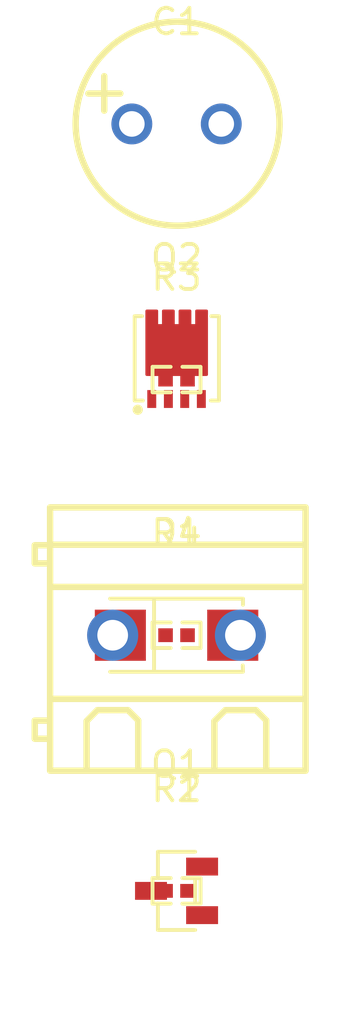
<source format=kicad_pcb>
(kicad_pcb (version 20241229) (generator "atopile") (generator_version "0.3.23")
  (layers (0 "F.Cu" signal) (31 "B.Cu" signal) (34 "B.Paste" user) (35 "F.Paste" user) (36 "B.SilkS" user "B.Silkscreen") (37 "F.SilkS" user "F.Silkscreen") (38 "B.Mask" user) (39 "F.Mask" user) (44 "Edge.Cuts" user))
  (net 0 "")
  (net 2 "hv")
  (net 7 "SC_GATE")
  (net 1 "K")
  (net 3 "SC_Sense")
  (net 6 "C-1")
  (net 8 "C")
  (net 9 "gnd")
  (net 12 "CUTOFF_GATE")
  (footprint "atopile:R0402-56259e" (layer "F.Cu") (at 0 0 0)
    (property "Reference" "R1" (at 0 -4 0) (layer "F.SilkS") (hide no))
    (property "Value" "1kΩ ±1% 62.5mW")
    (fp_line (start -0.23 0.5) (end -0.94 0.5) (stroke (width 0.15)) (layer "F.SilkS"))
    (fp_line (start -0.94 0.5) (end -0.94 -0.5) (stroke (width 0.15)) (layer "F.SilkS"))
    (fp_line (start -0.94 -0.5) (end -0.23 -0.5) (stroke (width 0.15)) (layer "F.SilkS"))
    (fp_line (start 0.23 0.5) (end 0.94 0.5) (stroke (width 0.15)) (layer "F.SilkS"))
    (fp_line (start 0.94 0.5) (end 0.94 -0.5) (stroke (width 0.15)) (layer "F.SilkS"))
    (fp_line (start 0.94 -0.5) (end 0.23 -0.5) (stroke (width 0.15)) (layer "F.SilkS"))
    (fp_text user "${REFERENCE}" (at 0 -4 0) (layer "F.SilkS"))
    (pad "2" smd rect (at 0.43 0 0) (size 0.57 0.54) (layers "F.Cu" "F.Paste" "F.Mask") (net 1 "K"))
    (pad "1" smd rect (at -0.43 0 0) (size 0.57 0.54) (layers "F.Cu" "F.Paste" "F.Mask") (net 2 "hv"))
  )
  (footprint "atopile:CONN-TH_2P-P5.00_WJ128V-5.0-2P-75f14f" (layer "F.Cu") (at 0 -10 0)
    (property "Reference" "P1" (at 0 -4 0) (layer "F.SilkS") (hide no))
    (property "Value" "")
    (fp_line (start -3.52 5.3) (end -3.52 3.36) (stroke (width 0.25)) (layer "F.SilkS"))
    (fp_line (start -3.52 3.36) (end -3.1 2.93) (stroke (width 0.25)) (layer "F.SilkS"))
    (fp_line (start -3.1 2.93) (end -1.9 2.93) (stroke (width 0.25)) (layer "F.SilkS"))
    (fp_line (start -1.9 2.93) (end -1.9 2.93) (stroke (width 0.25)) (layer "F.SilkS"))
    (fp_line (start -1.9 2.93) (end -1.5 3.33) (stroke (width 0.25)) (layer "F.SilkS"))
    (fp_line (start -1.5 3.33) (end -1.5 5.3) (stroke (width 0.25)) (layer "F.SilkS"))
    (fp_line (start 1.48 5.3) (end 1.48 3.36) (stroke (width 0.25)) (layer "F.SilkS"))
    (fp_line (start 1.48 3.36) (end 1.91 2.93) (stroke (width 0.25)) (layer "F.SilkS"))
    (fp_line (start 1.91 2.93) (end 3.11 2.93) (stroke (width 0.25)) (layer "F.SilkS"))
    (fp_line (start 3.11 2.93) (end 3.11 2.93) (stroke (width 0.25)) (layer "F.SilkS"))
    (fp_line (start 3.11 2.93) (end 3.51 3.33) (stroke (width 0.25)) (layer "F.SilkS"))
    (fp_line (start 3.51 3.33) (end 3.51 5.3) (stroke (width 0.25)) (layer "F.SilkS"))
    (fp_line (start -4.95 3.34) (end -5.55 3.34) (stroke (width 0.25)) (layer "F.SilkS"))
    (fp_line (start -5.55 3.34) (end -5.55 4.05) (stroke (width 0.25)) (layer "F.SilkS"))
    (fp_line (start -5.55 4.05) (end -4.95 4.05) (stroke (width 0.25)) (layer "F.SilkS"))
    (fp_line (start -4.95 5.3) (end -4.95 -5) (stroke (width 0.25)) (layer "F.SilkS"))
    (fp_line (start -4.95 -5) (end 5.05 -5) (stroke (width 0.25)) (layer "F.SilkS"))
    (fp_line (start 5.05 -5) (end 5.05 5.3) (stroke (width 0.25)) (layer "F.SilkS"))
    (fp_line (start 5.05 5.3) (end -4.94 5.3) (stroke (width 0.25)) (layer "F.SilkS"))
    (fp_line (start -4.95 -3.52) (end -5.55 -3.52) (stroke (width 0.25)) (layer "F.SilkS"))
    (fp_line (start -5.55 -3.52) (end -5.55 -2.81) (stroke (width 0.25)) (layer "F.SilkS"))
    (fp_line (start -5.55 -2.81) (end -4.95 -2.81) (stroke (width 0.25)) (layer "F.SilkS"))
    (fp_line (start -4.95 2.49) (end 5.05 2.49) (stroke (width 0.25)) (layer "F.SilkS"))
    (fp_line (start -4.95 -1.89) (end 5.05 -1.89) (stroke (width 0.25)) (layer "F.SilkS"))
    (fp_line (start -4.95 -3.54) (end 5.05 -3.54) (stroke (width 0.25)) (layer "F.SilkS"))
    (fp_text user "${REFERENCE}" (at 0 -4 0) (layer "F.SilkS"))
    (pad "1" thru_hole circle (at -2.5 0 0) (size 2 2) (drill 1.199896) (layers "*.Cu" "*.Mask") (net 1 "K"))
    (pad "2" thru_hole circle (at 2.5 0 0) (size 2 2) (drill 1.199896) (layers "*.Cu" "*.Mask") (net 8 "C"))
  )
  (footprint "atopile:CAP-TH_BD8.0-P3.50-D0.6-FD_1-b17e9d" (layer "F.Cu") (at 0 -30 0)
    (property "Reference" "C1" (at 0 -4 0) (layer "F.SilkS") (hide no))
    (property "Value" "")
    (fp_line (start -2.2 -1.19) (end -3.45 -1.19) (stroke (width 0.25)) (layer "F.SilkS"))
    (fp_line (start -2.83 -0.52) (end -2.83 -1.87) (stroke (width 0.25)) (layer "F.SilkS"))
    (fp_arc (start 0.07 -4) (mid 0.04482001894658695 3.9801098690909953) (end 0.00036032916993034014 -3.99991587586712) (stroke (width 0.25)) (layer "F.SilkS"))
    (fp_text user "${REFERENCE}" (at 0 -4 0) (layer "F.SilkS"))
    (pad "2" thru_hole circle (at 1.75 0 90) (size 1.6 1.6) (drill 0.9999979999999999) (layers "*.Cu" "*.Mask") (net 6 "C-1"))
    (pad "1" thru_hole circle (at -1.75 0 90) (size 1.6 1.6) (drill 0.9999979999999999) (layers "*.Cu" "*.Mask") (net 1 "K"))
  )
  (footprint "atopile:SOT-23-3_L2.9-W1.3-P1.90-LS2.4-BR-688f29" (layer "F.Cu") (at 0 0 0)
    (property "Reference" "Q1" (at 0 -4.95 0) (layer "F.SilkS") (hide no))
    (property "Value" "")
    (fp_line (start 0.73 -1.53) (end -0.73 -1.53) (stroke (width 0.15)) (layer "F.SilkS"))
    (fp_line (start -0.73 -1.53) (end -0.73 -0.49) (stroke (width 0.15)) (layer "F.SilkS"))
    (fp_line (start 0.73 1.53) (end -0.73 1.53) (stroke (width 0.15)) (layer "F.SilkS"))
    (fp_line (start -0.73 1.53) (end -0.73 0.49) (stroke (width 0.15)) (layer "F.SilkS"))
    (fp_line (start 0.73 -0.46) (end 0.73 0.46) (stroke (width 0.15)) (layer "F.SilkS"))
    (fp_text user "${REFERENCE}" (at 0 -4.95 0) (layer "F.SilkS"))
    (pad "1" smd rect (at 1 0.95 0) (size 1.25 0.7) (layers "F.Cu" "F.Paste" "F.Mask") (net 7 "SC_GATE"))
    (pad "2" smd rect (at 1 -0.95 0) (size 1.25 0.7) (layers "F.Cu" "F.Paste" "F.Mask") (net 9 "gnd"))
    (pad "3" smd rect (at -1 0 0) (size 1.25 0.7) (layers "F.Cu" "F.Paste" "F.Mask") (net 6 "C-1"))
  )
  (footprint "atopile:SMA_L4.3-W2.6-LS5.2-RD-e14692" (layer "F.Cu") (at 0 -10 0)
    (property "Reference" "D1" (at 0 -4 0) (layer "F.SilkS") (hide no))
    (property "Value" "")
    (fp_line (start -0.88 -1.43) (end -0.88 1.43) (stroke (width 0.15)) (layer "F.SilkS"))
    (fp_line (start -2.6 -1.43) (end 2.6 -1.43) (stroke (width 0.15)) (layer "F.SilkS"))
    (fp_line (start 2.59 1.18) (end 2.6 1.41) (stroke (width 0.15)) (layer "F.SilkS"))
    (fp_line (start 2.6 -1.43) (end 2.6 -1.19) (stroke (width 0.15)) (layer "F.SilkS"))
    (fp_line (start -2.6 1.43) (end 2.6 1.43) (stroke (width 0.15)) (layer "F.SilkS"))
    (fp_text user "${REFERENCE}" (at 0 -4 0) (layer "F.SilkS"))
    (pad "2" smd rect (at 2.2 0 180) (size 2 2) (layers "F.Cu" "F.Paste" "F.Mask") (net 9 "gnd"))
    (pad "1" smd rect (at -2.2 0 180) (size 2 2) (layers "F.Cu" "F.Paste" "F.Mask") (net 1 "K"))
  )
  (footprint "atopile:DFN-8_L3.3-W3.3-P0.65-BL-2-bd6bc9" (layer "F.Cu") (at 0 -20 0)
    (property "Reference" "Q2" (at 0 -4.76 0) (layer "F.SilkS") (hide no))
    (property "Value" "")
    (fp_line (start 1.66 -2.48) (end 1.36 -2.48) (stroke (width 0.15)) (layer "F.SilkS"))
    (fp_line (start -1.32 0.82) (end -1.64 0.82) (stroke (width 0.15)) (layer "F.SilkS"))
    (fp_line (start -1.64 0.82) (end -1.64 -2.48) (stroke (width 0.15)) (layer "F.SilkS"))
    (fp_line (start -1.64 -2.48) (end -1.35 -2.48) (stroke (width 0.15)) (layer "F.SilkS"))
    (fp_line (start 1.66 -2.48) (end 1.66 0.82) (stroke (width 0.15)) (layer "F.SilkS"))
    (fp_line (start 1.66 0.82) (end 1.34 0.82) (stroke (width 0.15)) (layer "F.SilkS"))
    (fp_circle (center -1.52 1.18) (end -1.42 1.18) (stroke (width 0.2)) (fill no) (layer "F.SilkS"))
    (fp_text user "${REFERENCE}" (at 0 -4.76 0) (layer "F.SilkS"))
    (pad "5" smd custom (at 0 -0.76 0) (size 0.01 0.01) (layers "F.Cu" "F.Paste" "F.Mask") (primitives (gr_poly (pts (xy -1.17 0.57) (xy -1.17 -1.36) (xy -1.17 -1.36) (xy -1.17 -1.93) (xy -0.77 -1.93) (xy -0.77 -1.36) (xy -0.52 -1.36) (xy -0.52 -1.93) (xy -0.12 -1.93) (xy -0.12 -1.36) (xy 0.13 -1.36) (xy 0.13 -1.93) (xy 0.53 -1.93) (xy 0.53 -1.36) (xy 0.78 -1.36) (xy 0.78 -1.93) (xy 0.78 -1.36) (xy 0.78 -1.93) (xy 1.18 -1.93) (xy 1.18 -1.36) (xy 1.18 -1.36) (xy 1.18 0.57)) (width 0.1))) (net 8 "C"))
    (pad "1" smd rect (at -0.97 0.76 0) (size 0.35 0.7) (layers "F.Cu" "F.Paste" "F.Mask") (net 9 "gnd"))
    (pad "2" smd rect (at -0.32 0.76 0) (size 0.35 0.7) (layers "F.Cu" "F.Paste" "F.Mask") (net 9 "gnd"))
    (pad "3" smd rect (at 0.32 0.76 0) (size 0.35 0.7) (layers "F.Cu" "F.Paste" "F.Mask") (net 9 "gnd"))
    (pad "4" smd rect (at 0.97 0.76 0) (size 0.35 0.7) (layers "F.Cu" "F.Paste" "F.Mask") (net 12 "CUTOFF_GATE"))
  )
  (footprint "atopile:R0402-56259e" (layer "F.Cu") (at 0 0 0)
    (property "Reference" "R2" (at 0 -4 0) (layer "F.SilkS") (hide no))
    (property "Value" "1kΩ ±1% 62.5mW")
    (fp_line (start -0.23 0.5) (end -0.94 0.5) (stroke (width 0.15)) (layer "F.SilkS"))
    (fp_line (start -0.94 0.5) (end -0.94 -0.5) (stroke (width 0.15)) (layer "F.SilkS"))
    (fp_line (start -0.94 -0.5) (end -0.23 -0.5) (stroke (width 0.15)) (layer "F.SilkS"))
    (fp_line (start 0.23 0.5) (end 0.94 0.5) (stroke (width 0.15)) (layer "F.SilkS"))
    (fp_line (start 0.94 0.5) (end 0.94 -0.5) (stroke (width 0.15)) (layer "F.SilkS"))
    (fp_line (start 0.94 -0.5) (end 0.23 -0.5) (stroke (width 0.15)) (layer "F.SilkS"))
    (fp_text user "${REFERENCE}" (at 0 -4 0) (layer "F.SilkS"))
    (pad "2" smd rect (at 0.43 0 0) (size 0.57 0.54) (layers "F.Cu" "F.Paste" "F.Mask") (net 9 "gnd"))
    (pad "1" smd rect (at -0.43 0 0) (size 0.57 0.54) (layers "F.Cu" "F.Paste" "F.Mask") (net 3 "SC_Sense"))
  )
  (footprint "atopile:R0402-56259e" (layer "F.Cu") (at 0 -10 0)
    (property "Reference" "R4" (at 0 -4 0) (layer "F.SilkS") (hide no))
    (property "Value" "1kΩ ±1% 62.5mW")
    (fp_line (start -0.23 0.5) (end -0.94 0.5) (stroke (width 0.15)) (layer "F.SilkS"))
    (fp_line (start -0.94 0.5) (end -0.94 -0.5) (stroke (width 0.15)) (layer "F.SilkS"))
    (fp_line (start -0.94 -0.5) (end -0.23 -0.5) (stroke (width 0.15)) (layer "F.SilkS"))
    (fp_line (start 0.23 0.5) (end 0.94 0.5) (stroke (width 0.15)) (layer "F.SilkS"))
    (fp_line (start 0.94 0.5) (end 0.94 -0.5) (stroke (width 0.15)) (layer "F.SilkS"))
    (fp_line (start 0.94 -0.5) (end 0.23 -0.5) (stroke (width 0.15)) (layer "F.SilkS"))
    (fp_text user "${REFERENCE}" (at 0 -4 0) (layer "F.SilkS"))
    (pad "2" smd rect (at 0.43 0 0) (size 0.57 0.54) (layers "F.Cu" "F.Paste" "F.Mask") (net 3 "SC_Sense"))
    (pad "1" smd rect (at -0.43 0 0) (size 0.57 0.54) (layers "F.Cu" "F.Paste" "F.Mask") (net 1 "K"))
  )
  (footprint "atopile:R0402-56259e" (layer "F.Cu") (at 0 -20 0)
    (property "Reference" "R3" (at 0 -4 0) (layer "F.SilkS") (hide no))
    (property "Value" "1kΩ ±1% 62.5mW")
    (fp_line (start -0.23 0.5) (end -0.94 0.5) (stroke (width 0.15)) (layer "F.SilkS"))
    (fp_line (start -0.94 0.5) (end -0.94 -0.5) (stroke (width 0.15)) (layer "F.SilkS"))
    (fp_line (start -0.94 -0.5) (end -0.23 -0.5) (stroke (width 0.15)) (layer "F.SilkS"))
    (fp_line (start 0.23 0.5) (end 0.94 0.5) (stroke (width 0.15)) (layer "F.SilkS"))
    (fp_line (start 0.94 0.5) (end 0.94 -0.5) (stroke (width 0.15)) (layer "F.SilkS"))
    (fp_line (start 0.94 -0.5) (end 0.23 -0.5) (stroke (width 0.15)) (layer "F.SilkS"))
    (fp_text user "${REFERENCE}" (at 0 -4 0) (layer "F.SilkS"))
    (pad "2" smd rect (at 0.43 0 0) (size 0.57 0.54) (layers "F.Cu" "F.Paste" "F.Mask") (net 9 "gnd"))
    (pad "1" smd rect (at -0.43 0 0) (size 0.57 0.54) (layers "F.Cu" "F.Paste" "F.Mask") (net 12 "CUTOFF_GATE"))
  )
)
</source>
